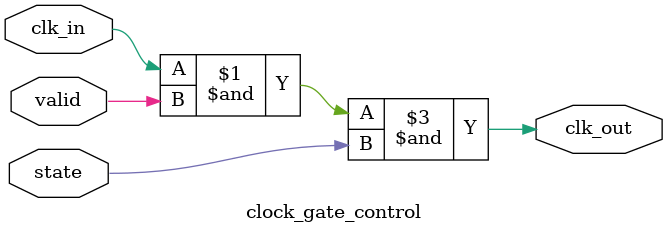
<source format=sv>
module fsm_clock_gate (
    input  wire clk_in,
    input  wire rst_n,
    input  wire start,
    input  wire done,
    output wire clk_out
);
    // Pipeline control signals
    wire valid_stage1_next, valid_stage2_next, valid_stage3_next;
    reg valid_stage1, valid_stage2, valid_stage3;
    
    // Pipeline FSM states
    localparam IDLE = 1'b0, ACTIVE = 1'b1;
    reg state_stage1, state_stage2, state_stage3;
    wire next_state_stage1;
    reg next_state_stage2;
    
    // Input registration stage (Pipeline stage 1)
    reg start_stage1, done_stage1;
    
    // Combined logic - Stage 1 next state calculation
    fsm_next_state_logic stage1_comb (
        .current_state(state_stage1),
        .start(start_stage1),
        .done(done_stage1),
        .next_state(next_state_stage1)
    );
    
    // Assignment for control signals - combinational logic
    assign valid_stage1_next = rst_n ? 1'b1 : 1'b0; // Data valid after reset
    assign valid_stage2_next = valid_stage1;
    assign valid_stage3_next = valid_stage2;
    
    // Sequential logic - Stage 1: Input registration
    always @(posedge clk_in or negedge rst_n) begin
        if (!rst_n) begin
            start_stage1 <= 1'b0;
            done_stage1 <= 1'b0;
            valid_stage1 <= 1'b0;
        end else begin
            start_stage1 <= start;
            done_stage1 <= done;
            valid_stage1 <= valid_stage1_next;
        end
    end
    
    // Sequential logic - Stage 2: State transition processing
    always @(posedge clk_in or negedge rst_n) begin
        if (!rst_n) begin
            state_stage2 <= IDLE;
            next_state_stage2 <= IDLE;
            valid_stage2 <= 1'b0;
        end else begin
            state_stage2 <= state_stage1;
            next_state_stage2 <= next_state_stage1;
            valid_stage2 <= valid_stage2_next;
        end
    end
    
    // Sequential logic - Stage 3: Final state update
    always @(posedge clk_in or negedge rst_n) begin
        if (!rst_n) begin
            state_stage1 <= IDLE;
            state_stage3 <= IDLE;
            valid_stage3 <= 1'b0;
        end else begin
            state_stage1 <= next_state_stage2; // Feedback path for state update
            state_stage3 <= state_stage2;
            valid_stage3 <= valid_stage3_next;
        end
    end
    
    // Combinational logic - Clock gating control
    clock_gate_control clk_gate_comb (
        .clk_in(clk_in),
        .valid(valid_stage3),
        .state(state_stage3),
        .clk_out(clk_out)
    );
endmodule

// Separate module for next state logic (combinational)
module fsm_next_state_logic (
    input wire current_state,
    input wire start,
    input wire done,
    output reg next_state
);
    // Localparam for states
    localparam IDLE = 1'b0, ACTIVE = 1'b1;
    
    // Pure combinational logic for next state
    always @(*) begin
        case (current_state)
            IDLE:   next_state = start ? ACTIVE : IDLE;
            ACTIVE: next_state = done ? IDLE : ACTIVE;
            default: next_state = IDLE;
        endcase
    end
endmodule

// Separate module for clock gating control (combinational)
module clock_gate_control (
    input wire clk_in,
    input wire valid,
    input wire state,
    output wire clk_out
);
    // Localparam for states
    localparam IDLE = 1'b0, ACTIVE = 1'b1;
    
    // Clock gating pure combinational logic
    assign clk_out = clk_in & valid & (state == ACTIVE);
endmodule
</source>
